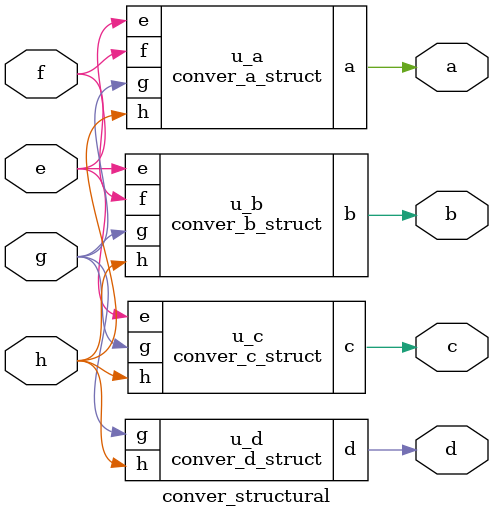
<source format=v>

`timescale 1ns/1ps

module conver_d_struct (
    input  wire h,
    input  wire g,
    output wire d
);
    // Fio interno para a saída do AND.
    wire d_and;

    // Porta AND que realiza a conjunção entre H e G.
    and and_d (d_and, h, g);

    // Conecta o fio interno à saída do módulo.
    assign d = d_and;
endmodule

// --------------------------------------------------------------------------
// Módulo de saída C.
// Implementa a função: C = (!H & G & E) | (H & !G).
// --------------------------------------------------------------------------
module conver_c_struct (
    input  wire h,
    input  wire g,
    input  wire e,
    output wire c
);
    // Fios internos para sinais negados e termos intermediários.
    wire h_not;
    wire g_not;
    wire term1;
    wire term2;

    // Inversões necessárias.
    not not_h (h_not, h);
    not not_g (g_not, g);

    // Termo 1: !H & G & E
    wire t1_and1;
    and and_t1_1 (t1_and1, h_not, g);
    and and_t1_2 (term1, t1_and1, e);

    // Termo 2: H & !G
    and and_t2 (term2, h, g_not);

    // Combinação por OR dos dois termos.
    or or_c (c, term1, term2);
endmodule

// --------------------------------------------------------------------------
// Módulo de saída B.
// Implementa a função: B = (!H & G & !E) | (!G & F) | (H & !G).
// --------------------------------------------------------------------------
module conver_b_struct (
    input  wire h,
    input  wire g,
    input  wire f,
    input  wire e,
    output wire b
);
    // Fios internos para inversões.
    wire h_not;
    wire g_not;
    wire e_not;

    // Fios para termos intermediários.
    wire term1;
    wire term2;
    wire term3;

    // Inversões.
    not not_h (h_not, h);
    not not_g (g_not, g);
    not not_e (e_not, e);

    // Termo 1: !H & G & !E
    wire t1_and1;
    and and_t1_1 (t1_and1, h_not, g);
    and and_t1_2 (term1, t1_and1, e_not);

    // Termo 2: !G & F
    and and_t2 (term2, g_not, f);

    // Termo 3: H & !G
    and and_t3 (term3, h, g_not);

    // Combinação final via OR de três entradas.
    or or_b (b, term1, term2, term3);
endmodule

// --------------------------------------------------------------------------
// Módulo de saída A.
// Implementa a função:
// A = (!H & !G & !F & E) |
//     (!H & G  & !E)     |
//     (G  & F)           |
//     (H & G & E)        |
//     (H & F)
// --------------------------------------------------------------------------
module conver_a_struct (
    input  wire h,
    input  wire g,
    input  wire f,
    input  wire e,
    output wire a
);
    // Fios internos para inversões dos sinais de entrada.
    wire h_not;
    wire g_not;
    wire f_not;
    wire e_not;

    // Fios para cada termo da expressão.
    wire term1;
    wire term2;
    wire term3;
    wire term4;
    wire term5;

    // Inversões básicas.
    not not_h (h_not, h);
    not not_g (g_not, g);
    not not_f (f_not, f);
    not not_e (e_not, e);

    // Termo 1: !H & !G & !F & E
    wire t1_and1;
    wire t1_and2;
    and and_t1_1 (t1_and1, h_not, g_not);
    and and_t1_2 (t1_and2, t1_and1, f_not);
    and and_t1_3 (term1, t1_and2, e);

    // Termo 2: !H & G & !E
    wire t2_and1;
    and and_t2_1 (t2_and1, h_not, g);
    and and_t2_2 (term2, t2_and1, e_not);

    // Termo 3: G & F
    and and_t3 (term3, g, f);

    // Termo 4: H & G & E
    wire t4_and1;
    and and_t4_1 (t4_and1, h, g);
    and and_t4_2 (term4, t4_and1, e);

    // Termo 5: H & F
    and and_t5 (term5, h, f);

    // Combinação final por OR de cinco termos.
    or or_a (a, term1, term2, term3, term4, term5);
endmodule

// --------------------------------------------------------------------------
// Módulo topo estrutural: conver_structural
// Instancia os quatro módulos anteriores para gerar o vetor BCD 8421.
// --------------------------------------------------------------------------
module conver_structural (
    input  wire h,
    input  wire g,
    input  wire f,
    input  wire e,
    output wire d,
    output wire c,
    output wire b,
    output wire a
);
    // Instancia o módulo responsável pelo bit D.
    conver_d_struct u_d (
        .h (h),
        .g (g),
        .d (d)
    );

    // Instancia o módulo responsável pelo bit C.
    conver_c_struct u_c (
        .h (h),
        .g (g),
        .e (e),
        .c (c)
    );

    // Instancia o módulo responsável pelo bit B.
    conver_b_struct u_b (
        .h (h),
        .g (g),
        .f (f),
        .e (e),
        .b (b)
    );

    // Instancia o módulo responsável pelo bit A.
    conver_a_struct u_a (
        .h (h),
        .g (g),
        .f (f),
        .e (e),
        .a (a)
    );
endmodule

</source>
